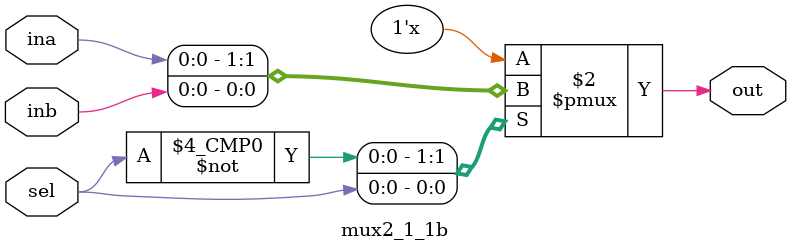
<source format=v>
module mux2_1_1b(ina,inb,sel,out);

    input ina,inb;
    input sel;
    output reg out;

    always@(*)begin
        case(sel)
            1'b0 : out <= ina;
            1'b1 : out <= inb;
        endcase
    end
endmodule



</source>
